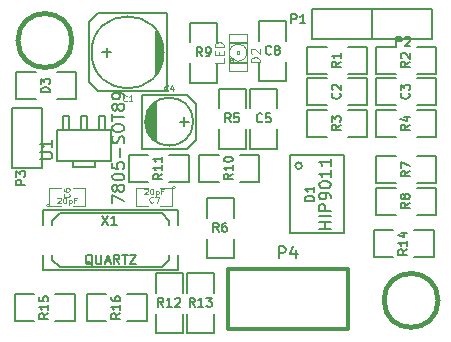
<source format=gto>
G04 (created by PCBNEW (2013-07-07 BZR 4022)-stable) date 09/12/2013 14:31:14*
%MOIN*%
G04 Gerber Fmt 3.4, Leading zero omitted, Abs format*
%FSLAX34Y34*%
G01*
G70*
G90*
G04 APERTURE LIST*
%ADD10C,0.00393701*%
%ADD11C,0.005*%
%ADD12C,0.0039*%
%ADD13C,0.00590551*%
%ADD14C,0.012*%
%ADD15C,0.006*%
%ADD16C,0.0026*%
%ADD17C,0.004*%
%ADD18C,0.015*%
%ADD19C,0.0059*%
%ADD20C,0.0079*%
%ADD21C,0.0043*%
%ADD22C,0.008*%
%ADD23C,0.0035*%
%ADD24C,0.0047*%
%ADD25C,0.01*%
G04 APERTURE END LIST*
G54D10*
G54D11*
X37514Y-15866D02*
X37514Y-13266D01*
X37514Y-13266D02*
X35714Y-13266D01*
X35714Y-13266D02*
X35714Y-15866D01*
X35714Y-15866D02*
X37514Y-15866D01*
X36125Y-13616D02*
G75*
G03X36125Y-13616I-111J0D01*
G74*
G01*
X28370Y-11955D02*
X28170Y-11955D01*
X28170Y-11955D02*
X28170Y-12425D01*
X28370Y-11955D02*
X28370Y-12425D01*
X28960Y-11955D02*
X28960Y-12425D01*
X28760Y-11955D02*
X28760Y-12425D01*
X28960Y-11955D02*
X28760Y-11955D01*
X29550Y-11955D02*
X29350Y-11955D01*
X29350Y-11955D02*
X29350Y-12425D01*
X29550Y-11955D02*
X29550Y-12425D01*
X29215Y-13650D02*
X28505Y-13650D01*
X28505Y-13650D02*
X28505Y-13455D01*
X29215Y-13650D02*
X29215Y-13455D01*
X29765Y-12425D02*
X29765Y-13455D01*
X29765Y-13455D02*
X27955Y-13455D01*
X27955Y-13455D02*
X27955Y-12425D01*
X27955Y-12425D02*
X29765Y-12425D01*
X40520Y-16670D02*
X40520Y-15770D01*
X40520Y-15770D02*
X39870Y-15770D01*
X39170Y-16670D02*
X38520Y-16670D01*
X38520Y-16670D02*
X38520Y-15770D01*
X38520Y-15770D02*
X39170Y-15770D01*
X39870Y-16670D02*
X40520Y-16670D01*
X32150Y-17200D02*
X31250Y-17200D01*
X31250Y-17200D02*
X31250Y-17850D01*
X32150Y-18550D02*
X32150Y-19200D01*
X32150Y-19200D02*
X31250Y-19200D01*
X31250Y-19200D02*
X31250Y-18550D01*
X32150Y-17850D02*
X32150Y-17200D01*
X30350Y-13250D02*
X30350Y-14150D01*
X30350Y-14150D02*
X31000Y-14150D01*
X31700Y-13250D02*
X32350Y-13250D01*
X32350Y-13250D02*
X32350Y-14150D01*
X32350Y-14150D02*
X31700Y-14150D01*
X31000Y-13250D02*
X30350Y-13250D01*
X32700Y-13250D02*
X32700Y-14150D01*
X32700Y-14150D02*
X33350Y-14150D01*
X34050Y-13250D02*
X34700Y-13250D01*
X34700Y-13250D02*
X34700Y-14150D01*
X34700Y-14150D02*
X34050Y-14150D01*
X33350Y-13250D02*
X32700Y-13250D01*
X33300Y-8850D02*
X32400Y-8850D01*
X32400Y-8850D02*
X32400Y-9500D01*
X33300Y-10200D02*
X33300Y-10850D01*
X33300Y-10850D02*
X32400Y-10850D01*
X32400Y-10850D02*
X32400Y-10200D01*
X33300Y-9500D02*
X33300Y-8850D01*
X33200Y-17200D02*
X32300Y-17200D01*
X32300Y-17200D02*
X32300Y-17850D01*
X33200Y-18550D02*
X33200Y-19200D01*
X33200Y-19200D02*
X32300Y-19200D01*
X32300Y-19200D02*
X32300Y-18550D01*
X33200Y-17850D02*
X33200Y-17200D01*
X34250Y-11050D02*
X33350Y-11050D01*
X33350Y-11050D02*
X33350Y-11700D01*
X34250Y-12400D02*
X34250Y-13050D01*
X34250Y-13050D02*
X33350Y-13050D01*
X33350Y-13050D02*
X33350Y-12400D01*
X34250Y-11700D02*
X34250Y-11050D01*
X34700Y-10800D02*
X35600Y-10800D01*
X35600Y-10800D02*
X35600Y-10150D01*
X34700Y-9450D02*
X34700Y-8800D01*
X34700Y-8800D02*
X35600Y-8800D01*
X35600Y-8800D02*
X35600Y-9450D01*
X34700Y-10150D02*
X34700Y-10800D01*
X32950Y-16700D02*
X33850Y-16700D01*
X33850Y-16700D02*
X33850Y-16050D01*
X32950Y-15350D02*
X32950Y-14700D01*
X32950Y-14700D02*
X33850Y-14700D01*
X33850Y-14700D02*
X33850Y-15350D01*
X32950Y-16050D02*
X32950Y-16700D01*
X34400Y-13050D02*
X35300Y-13050D01*
X35300Y-13050D02*
X35300Y-12400D01*
X34400Y-11700D02*
X34400Y-11050D01*
X34400Y-11050D02*
X35300Y-11050D01*
X35300Y-11050D02*
X35300Y-11700D01*
X34400Y-12400D02*
X34400Y-13050D01*
X38600Y-14350D02*
X38600Y-15250D01*
X38600Y-15250D02*
X39250Y-15250D01*
X39950Y-14350D02*
X40600Y-14350D01*
X40600Y-14350D02*
X40600Y-15250D01*
X40600Y-15250D02*
X39950Y-15250D01*
X39250Y-14350D02*
X38600Y-14350D01*
X38600Y-13300D02*
X38600Y-14200D01*
X38600Y-14200D02*
X39250Y-14200D01*
X39950Y-13300D02*
X40600Y-13300D01*
X40600Y-13300D02*
X40600Y-14200D01*
X40600Y-14200D02*
X39950Y-14200D01*
X39250Y-13300D02*
X38600Y-13300D01*
X38600Y-11750D02*
X38600Y-12650D01*
X38600Y-12650D02*
X39250Y-12650D01*
X39950Y-11750D02*
X40600Y-11750D01*
X40600Y-11750D02*
X40600Y-12650D01*
X40600Y-12650D02*
X39950Y-12650D01*
X39250Y-11750D02*
X38600Y-11750D01*
X36300Y-11750D02*
X36300Y-12650D01*
X36300Y-12650D02*
X36950Y-12650D01*
X37650Y-11750D02*
X38300Y-11750D01*
X38300Y-11750D02*
X38300Y-12650D01*
X38300Y-12650D02*
X37650Y-12650D01*
X36950Y-11750D02*
X36300Y-11750D01*
X40600Y-11600D02*
X40600Y-10700D01*
X40600Y-10700D02*
X39950Y-10700D01*
X39250Y-11600D02*
X38600Y-11600D01*
X38600Y-11600D02*
X38600Y-10700D01*
X38600Y-10700D02*
X39250Y-10700D01*
X39950Y-11600D02*
X40600Y-11600D01*
X40600Y-10550D02*
X40600Y-9650D01*
X40600Y-9650D02*
X39950Y-9650D01*
X39250Y-10550D02*
X38600Y-10550D01*
X38600Y-10550D02*
X38600Y-9650D01*
X38600Y-9650D02*
X39250Y-9650D01*
X39950Y-10550D02*
X40600Y-10550D01*
X38300Y-10550D02*
X38300Y-9650D01*
X38300Y-9650D02*
X37650Y-9650D01*
X36950Y-10550D02*
X36300Y-10550D01*
X36300Y-10550D02*
X36300Y-9650D01*
X36300Y-9650D02*
X36950Y-9650D01*
X37650Y-10550D02*
X38300Y-10550D01*
X38300Y-11600D02*
X38300Y-10700D01*
X38300Y-10700D02*
X37650Y-10700D01*
X36950Y-11600D02*
X36300Y-11600D01*
X36300Y-11600D02*
X36300Y-10700D01*
X36300Y-10700D02*
X36950Y-10700D01*
X37650Y-11600D02*
X38300Y-11600D01*
G54D12*
X27700Y-14950D02*
G75*
G03X27700Y-14950I-50J0D01*
G74*
G01*
X28100Y-14950D02*
X27700Y-14950D01*
X27700Y-14950D02*
X27700Y-14350D01*
X27700Y-14350D02*
X28100Y-14350D01*
X28500Y-14350D02*
X28900Y-14350D01*
X28900Y-14350D02*
X28900Y-14950D01*
X28900Y-14950D02*
X28500Y-14950D01*
X31900Y-14350D02*
G75*
G03X31900Y-14350I-50J0D01*
G74*
G01*
X31400Y-14350D02*
X31800Y-14350D01*
X31800Y-14350D02*
X31800Y-14950D01*
X31800Y-14950D02*
X31400Y-14950D01*
X31000Y-14950D02*
X30600Y-14950D01*
X30600Y-14950D02*
X30600Y-14350D01*
X30600Y-14350D02*
X31000Y-14350D01*
G54D13*
X27800Y-15450D02*
X27800Y-15600D01*
X27800Y-16750D02*
X27800Y-16600D01*
X31700Y-16750D02*
X31700Y-16600D01*
X31700Y-15450D02*
X31700Y-15600D01*
X32000Y-15100D02*
X32000Y-15600D01*
X32000Y-17100D02*
X32000Y-16600D01*
X27500Y-17100D02*
X27500Y-16600D01*
X27500Y-15100D02*
X27500Y-15600D01*
X27800Y-16750D02*
X28050Y-17000D01*
X28050Y-17000D02*
X31450Y-17000D01*
X31450Y-17000D02*
X31700Y-16750D01*
X31700Y-15450D02*
X31450Y-15200D01*
X31450Y-15200D02*
X28050Y-15200D01*
X28050Y-15200D02*
X27800Y-15450D01*
X32000Y-17100D02*
X27500Y-17100D01*
X27500Y-15100D02*
X32000Y-15100D01*
G54D14*
X33650Y-17050D02*
X37650Y-17050D01*
X37650Y-17050D02*
X37650Y-19050D01*
X37650Y-19050D02*
X33650Y-19050D01*
X33650Y-19050D02*
X33650Y-17050D01*
G54D15*
X38450Y-9400D02*
X38450Y-8400D01*
X38450Y-8400D02*
X40450Y-8400D01*
X40450Y-8400D02*
X40450Y-9400D01*
X40450Y-9400D02*
X38450Y-9400D01*
X36450Y-9400D02*
X36450Y-8400D01*
X36450Y-8400D02*
X38450Y-8400D01*
X38450Y-8400D02*
X38450Y-9400D01*
X38450Y-9400D02*
X36450Y-9400D01*
X27450Y-13700D02*
X26450Y-13700D01*
X26450Y-13700D02*
X26450Y-11700D01*
X26450Y-11700D02*
X27450Y-11700D01*
X27450Y-11700D02*
X27450Y-13700D01*
G54D16*
X33961Y-9811D02*
X33961Y-9889D01*
X33961Y-9889D02*
X34039Y-9889D01*
X34039Y-9811D02*
X34039Y-9889D01*
X33961Y-9811D02*
X34039Y-9811D01*
X33725Y-10027D02*
X33725Y-10164D01*
X33725Y-10164D02*
X33823Y-10164D01*
X33823Y-10027D02*
X33823Y-10164D01*
X33725Y-10027D02*
X33823Y-10027D01*
X33725Y-10164D02*
X33725Y-10204D01*
X33725Y-10204D02*
X34196Y-10204D01*
X34196Y-10164D02*
X34196Y-10204D01*
X33725Y-10164D02*
X34196Y-10164D01*
X34216Y-10164D02*
X34216Y-10204D01*
X34216Y-10204D02*
X34275Y-10204D01*
X34275Y-10164D02*
X34275Y-10204D01*
X34216Y-10164D02*
X34275Y-10164D01*
X33725Y-9496D02*
X33725Y-9536D01*
X33725Y-9536D02*
X34196Y-9536D01*
X34196Y-9496D02*
X34196Y-9536D01*
X33725Y-9496D02*
X34196Y-9496D01*
X34216Y-9496D02*
X34216Y-9536D01*
X34216Y-9536D02*
X34275Y-9536D01*
X34275Y-9496D02*
X34275Y-9536D01*
X34216Y-9496D02*
X34275Y-9496D01*
X33725Y-10027D02*
X33725Y-10086D01*
X33725Y-10086D02*
X33823Y-10086D01*
X33823Y-10027D02*
X33823Y-10086D01*
X33725Y-10027D02*
X33823Y-10027D01*
G54D17*
X33705Y-10460D02*
X33705Y-9240D01*
X33705Y-9240D02*
X34295Y-9240D01*
X34295Y-9240D02*
X34295Y-10460D01*
X34295Y-10460D02*
X33705Y-10460D01*
X33803Y-9634D02*
G75*
G03X33804Y-10066I196J-215D01*
G74*
G01*
X34196Y-9634D02*
G75*
G03X33804Y-9633I-196J-215D01*
G74*
G01*
X34196Y-10065D02*
G75*
G03X34195Y-9633I-196J215D01*
G74*
G01*
X33803Y-10065D02*
G75*
G03X34195Y-10066I196J215D01*
G74*
G01*
G54D11*
X31464Y-10142D02*
X31464Y-9542D01*
X31414Y-9392D02*
X31414Y-10292D01*
X31364Y-10392D02*
X31364Y-9292D01*
X31314Y-9192D02*
X31314Y-10492D01*
X31264Y-10542D02*
X31264Y-9142D01*
X31514Y-9842D02*
G75*
G03X31514Y-9842I-1200J0D01*
G74*
G01*
X31614Y-11142D02*
X31614Y-8542D01*
X31614Y-8542D02*
X29314Y-8542D01*
X29314Y-8542D02*
X29014Y-8842D01*
X29014Y-8842D02*
X29014Y-10842D01*
X29014Y-10842D02*
X29314Y-11142D01*
X29314Y-11142D02*
X31614Y-11142D01*
X29464Y-9842D02*
X29764Y-9842D01*
X29614Y-9992D02*
X29614Y-9692D01*
X32350Y-12150D02*
X32050Y-12150D01*
X32200Y-12000D02*
X32200Y-12300D01*
X32300Y-13050D02*
X30800Y-13050D01*
X32600Y-11550D02*
X32600Y-12750D01*
X32300Y-13050D02*
X32600Y-12750D01*
X32300Y-11250D02*
X30800Y-11250D01*
X32300Y-11250D02*
X32600Y-11550D01*
X30900Y-12200D02*
X30900Y-12100D01*
X30950Y-11900D02*
X30950Y-12400D01*
X31000Y-12500D02*
X31000Y-11800D01*
X31050Y-12600D02*
X31050Y-11700D01*
X31100Y-11650D02*
X31100Y-12650D01*
X31150Y-12700D02*
X31150Y-11600D01*
X31200Y-11550D02*
X31200Y-12750D01*
X31250Y-11500D02*
X31250Y-12800D01*
X32500Y-12150D02*
G75*
G03X32500Y-12150I-800J0D01*
G74*
G01*
X30800Y-11250D02*
X30800Y-13050D01*
X26550Y-17900D02*
X26550Y-18800D01*
X26550Y-18800D02*
X27200Y-18800D01*
X27900Y-17900D02*
X28550Y-17900D01*
X28550Y-17900D02*
X28550Y-18800D01*
X28550Y-18800D02*
X27900Y-18800D01*
X27200Y-17900D02*
X26550Y-17900D01*
X28950Y-17900D02*
X28950Y-18800D01*
X28950Y-18800D02*
X29600Y-18800D01*
X30300Y-17900D02*
X30950Y-17900D01*
X30950Y-17900D02*
X30950Y-18800D01*
X30950Y-18800D02*
X30300Y-18800D01*
X29600Y-17900D02*
X28950Y-17900D01*
X26600Y-10500D02*
X26600Y-11400D01*
X26600Y-11400D02*
X27250Y-11400D01*
X27950Y-10500D02*
X28600Y-10500D01*
X28600Y-10500D02*
X28600Y-11400D01*
X28600Y-11400D02*
X27950Y-11400D01*
X27250Y-10500D02*
X26600Y-10500D01*
G54D18*
X40663Y-18110D02*
G75*
G03X40663Y-18110I-900J0D01*
G74*
G01*
X28459Y-9448D02*
G75*
G03X28459Y-9448I-900J0D01*
G74*
G01*
G54D19*
X36541Y-14799D02*
X36226Y-14799D01*
X36226Y-14724D01*
X36241Y-14679D01*
X36271Y-14649D01*
X36301Y-14634D01*
X36361Y-14619D01*
X36406Y-14619D01*
X36466Y-14634D01*
X36496Y-14649D01*
X36526Y-14679D01*
X36541Y-14724D01*
X36541Y-14799D01*
X36541Y-14319D02*
X36541Y-14499D01*
X36541Y-14409D02*
X36226Y-14409D01*
X36271Y-14439D01*
X36301Y-14469D01*
X36316Y-14499D01*
X37088Y-15720D02*
X36694Y-15720D01*
X36882Y-15720D02*
X36882Y-15495D01*
X37088Y-15495D02*
X36694Y-15495D01*
X37088Y-15308D02*
X36694Y-15308D01*
X37088Y-15120D02*
X36694Y-15120D01*
X36694Y-14970D01*
X36713Y-14932D01*
X36732Y-14914D01*
X36769Y-14895D01*
X36825Y-14895D01*
X36863Y-14914D01*
X36882Y-14932D01*
X36901Y-14970D01*
X36901Y-15120D01*
X37088Y-14707D02*
X37088Y-14632D01*
X37069Y-14595D01*
X37051Y-14576D01*
X36994Y-14538D01*
X36919Y-14520D01*
X36769Y-14520D01*
X36732Y-14538D01*
X36713Y-14557D01*
X36694Y-14595D01*
X36694Y-14670D01*
X36713Y-14707D01*
X36732Y-14726D01*
X36769Y-14745D01*
X36863Y-14745D01*
X36901Y-14726D01*
X36919Y-14707D01*
X36938Y-14670D01*
X36938Y-14595D01*
X36919Y-14557D01*
X36901Y-14538D01*
X36863Y-14520D01*
X36694Y-14276D02*
X36694Y-14238D01*
X36713Y-14201D01*
X36732Y-14182D01*
X36769Y-14163D01*
X36844Y-14144D01*
X36938Y-14144D01*
X37013Y-14163D01*
X37051Y-14182D01*
X37069Y-14201D01*
X37088Y-14238D01*
X37088Y-14276D01*
X37069Y-14313D01*
X37051Y-14332D01*
X37013Y-14351D01*
X36938Y-14369D01*
X36844Y-14369D01*
X36769Y-14351D01*
X36732Y-14332D01*
X36713Y-14313D01*
X36694Y-14276D01*
X37088Y-13769D02*
X37088Y-13994D01*
X37088Y-13882D02*
X36694Y-13882D01*
X36750Y-13919D01*
X36788Y-13957D01*
X36807Y-13994D01*
X37088Y-13394D02*
X37088Y-13619D01*
X37088Y-13506D02*
X36694Y-13506D01*
X36750Y-13544D01*
X36788Y-13581D01*
X36807Y-13619D01*
G54D20*
X27405Y-13397D02*
X27724Y-13397D01*
X27761Y-13378D01*
X27780Y-13359D01*
X27799Y-13322D01*
X27799Y-13247D01*
X27780Y-13209D01*
X27761Y-13190D01*
X27724Y-13172D01*
X27405Y-13172D01*
X27799Y-12778D02*
X27799Y-13003D01*
X27799Y-12890D02*
X27405Y-12890D01*
X27461Y-12928D01*
X27499Y-12965D01*
X27518Y-13003D01*
X29806Y-14876D02*
X29806Y-14613D01*
X30200Y-14782D01*
X29975Y-14407D02*
X29956Y-14444D01*
X29937Y-14463D01*
X29900Y-14482D01*
X29881Y-14482D01*
X29844Y-14463D01*
X29825Y-14444D01*
X29806Y-14407D01*
X29806Y-14332D01*
X29825Y-14294D01*
X29844Y-14276D01*
X29881Y-14257D01*
X29900Y-14257D01*
X29937Y-14276D01*
X29956Y-14294D01*
X29975Y-14332D01*
X29975Y-14407D01*
X29994Y-14444D01*
X30012Y-14463D01*
X30050Y-14482D01*
X30125Y-14482D01*
X30162Y-14463D01*
X30181Y-14444D01*
X30200Y-14407D01*
X30200Y-14332D01*
X30181Y-14294D01*
X30162Y-14276D01*
X30125Y-14257D01*
X30050Y-14257D01*
X30012Y-14276D01*
X29994Y-14294D01*
X29975Y-14332D01*
X29806Y-14013D02*
X29806Y-13975D01*
X29825Y-13938D01*
X29844Y-13919D01*
X29881Y-13900D01*
X29956Y-13882D01*
X30050Y-13882D01*
X30125Y-13900D01*
X30162Y-13919D01*
X30181Y-13938D01*
X30200Y-13975D01*
X30200Y-14013D01*
X30181Y-14050D01*
X30162Y-14069D01*
X30125Y-14088D01*
X30050Y-14107D01*
X29956Y-14107D01*
X29881Y-14088D01*
X29844Y-14069D01*
X29825Y-14050D01*
X29806Y-14013D01*
X29806Y-13525D02*
X29806Y-13713D01*
X29994Y-13731D01*
X29975Y-13713D01*
X29956Y-13675D01*
X29956Y-13581D01*
X29975Y-13544D01*
X29994Y-13525D01*
X30031Y-13506D01*
X30125Y-13506D01*
X30162Y-13525D01*
X30181Y-13544D01*
X30200Y-13581D01*
X30200Y-13675D01*
X30181Y-13713D01*
X30162Y-13731D01*
X30050Y-13337D02*
X30050Y-13037D01*
X30181Y-12868D02*
X30200Y-12812D01*
X30200Y-12718D01*
X30181Y-12681D01*
X30162Y-12662D01*
X30125Y-12643D01*
X30087Y-12643D01*
X30050Y-12662D01*
X30031Y-12681D01*
X30012Y-12718D01*
X29994Y-12793D01*
X29975Y-12831D01*
X29956Y-12850D01*
X29919Y-12868D01*
X29881Y-12868D01*
X29844Y-12850D01*
X29825Y-12831D01*
X29806Y-12793D01*
X29806Y-12700D01*
X29825Y-12643D01*
X29806Y-12399D02*
X29806Y-12324D01*
X29825Y-12287D01*
X29862Y-12249D01*
X29937Y-12231D01*
X30069Y-12231D01*
X30144Y-12249D01*
X30181Y-12287D01*
X30200Y-12324D01*
X30200Y-12399D01*
X30181Y-12437D01*
X30144Y-12474D01*
X30069Y-12493D01*
X29937Y-12493D01*
X29862Y-12474D01*
X29825Y-12437D01*
X29806Y-12399D01*
X29806Y-12118D02*
X29806Y-11893D01*
X30200Y-12005D02*
X29806Y-12005D01*
X29975Y-11705D02*
X29956Y-11743D01*
X29937Y-11761D01*
X29900Y-11780D01*
X29881Y-11780D01*
X29844Y-11761D01*
X29825Y-11743D01*
X29806Y-11705D01*
X29806Y-11630D01*
X29825Y-11593D01*
X29844Y-11574D01*
X29881Y-11555D01*
X29900Y-11555D01*
X29937Y-11574D01*
X29956Y-11593D01*
X29975Y-11630D01*
X29975Y-11705D01*
X29994Y-11743D01*
X30012Y-11761D01*
X30050Y-11780D01*
X30125Y-11780D01*
X30162Y-11761D01*
X30181Y-11743D01*
X30200Y-11705D01*
X30200Y-11630D01*
X30181Y-11593D01*
X30162Y-11574D01*
X30125Y-11555D01*
X30050Y-11555D01*
X30012Y-11574D01*
X29994Y-11593D01*
X29975Y-11630D01*
X30200Y-11367D02*
X30200Y-11292D01*
X30181Y-11255D01*
X30162Y-11236D01*
X30106Y-11199D01*
X30031Y-11180D01*
X29881Y-11180D01*
X29844Y-11199D01*
X29825Y-11217D01*
X29806Y-11255D01*
X29806Y-11330D01*
X29825Y-11367D01*
X29844Y-11386D01*
X29881Y-11405D01*
X29975Y-11405D01*
X30012Y-11386D01*
X30031Y-11367D01*
X30050Y-11330D01*
X30050Y-11255D01*
X30031Y-11217D01*
X30012Y-11199D01*
X29975Y-11180D01*
G54D11*
X39641Y-16412D02*
X39498Y-16512D01*
X39641Y-16584D02*
X39341Y-16584D01*
X39341Y-16470D01*
X39355Y-16441D01*
X39370Y-16427D01*
X39398Y-16412D01*
X39441Y-16412D01*
X39470Y-16427D01*
X39484Y-16441D01*
X39498Y-16470D01*
X39498Y-16584D01*
X39641Y-16127D02*
X39641Y-16298D01*
X39641Y-16212D02*
X39341Y-16212D01*
X39384Y-16241D01*
X39412Y-16270D01*
X39427Y-16298D01*
X39441Y-15870D02*
X39641Y-15870D01*
X39327Y-15941D02*
X39541Y-16012D01*
X39541Y-15827D01*
X31507Y-18321D02*
X31407Y-18178D01*
X31335Y-18321D02*
X31335Y-18021D01*
X31450Y-18021D01*
X31478Y-18035D01*
X31492Y-18050D01*
X31507Y-18078D01*
X31507Y-18121D01*
X31492Y-18150D01*
X31478Y-18164D01*
X31450Y-18178D01*
X31335Y-18178D01*
X31792Y-18321D02*
X31621Y-18321D01*
X31707Y-18321D02*
X31707Y-18021D01*
X31678Y-18064D01*
X31650Y-18092D01*
X31621Y-18107D01*
X31907Y-18050D02*
X31921Y-18035D01*
X31950Y-18021D01*
X32021Y-18021D01*
X32050Y-18035D01*
X32064Y-18050D01*
X32078Y-18078D01*
X32078Y-18107D01*
X32064Y-18150D01*
X31892Y-18321D01*
X32078Y-18321D01*
X31471Y-13892D02*
X31328Y-13992D01*
X31471Y-14064D02*
X31171Y-14064D01*
X31171Y-13950D01*
X31185Y-13921D01*
X31200Y-13907D01*
X31228Y-13892D01*
X31271Y-13892D01*
X31300Y-13907D01*
X31314Y-13921D01*
X31328Y-13950D01*
X31328Y-14064D01*
X31471Y-13607D02*
X31471Y-13778D01*
X31471Y-13692D02*
X31171Y-13692D01*
X31214Y-13721D01*
X31242Y-13750D01*
X31257Y-13778D01*
X31471Y-13321D02*
X31471Y-13492D01*
X31471Y-13407D02*
X31171Y-13407D01*
X31214Y-13435D01*
X31242Y-13464D01*
X31257Y-13492D01*
X33821Y-13892D02*
X33678Y-13992D01*
X33821Y-14064D02*
X33521Y-14064D01*
X33521Y-13950D01*
X33535Y-13921D01*
X33550Y-13907D01*
X33578Y-13892D01*
X33621Y-13892D01*
X33650Y-13907D01*
X33664Y-13921D01*
X33678Y-13950D01*
X33678Y-14064D01*
X33821Y-13607D02*
X33821Y-13778D01*
X33821Y-13692D02*
X33521Y-13692D01*
X33564Y-13721D01*
X33592Y-13750D01*
X33607Y-13778D01*
X33521Y-13421D02*
X33521Y-13392D01*
X33535Y-13364D01*
X33550Y-13350D01*
X33578Y-13335D01*
X33635Y-13321D01*
X33707Y-13321D01*
X33764Y-13335D01*
X33792Y-13350D01*
X33807Y-13364D01*
X33821Y-13392D01*
X33821Y-13421D01*
X33807Y-13450D01*
X33792Y-13464D01*
X33764Y-13478D01*
X33707Y-13492D01*
X33635Y-13492D01*
X33578Y-13478D01*
X33550Y-13464D01*
X33535Y-13450D01*
X33521Y-13421D01*
X32800Y-9971D02*
X32700Y-9828D01*
X32628Y-9971D02*
X32628Y-9671D01*
X32742Y-9671D01*
X32771Y-9685D01*
X32785Y-9700D01*
X32800Y-9728D01*
X32800Y-9771D01*
X32785Y-9800D01*
X32771Y-9814D01*
X32742Y-9828D01*
X32628Y-9828D01*
X32942Y-9971D02*
X33000Y-9971D01*
X33028Y-9957D01*
X33042Y-9942D01*
X33071Y-9900D01*
X33085Y-9842D01*
X33085Y-9728D01*
X33071Y-9700D01*
X33057Y-9685D01*
X33028Y-9671D01*
X32971Y-9671D01*
X32942Y-9685D01*
X32928Y-9700D01*
X32914Y-9728D01*
X32914Y-9800D01*
X32928Y-9828D01*
X32942Y-9842D01*
X32971Y-9857D01*
X33028Y-9857D01*
X33057Y-9842D01*
X33071Y-9828D01*
X33085Y-9800D01*
X32557Y-18321D02*
X32457Y-18178D01*
X32385Y-18321D02*
X32385Y-18021D01*
X32500Y-18021D01*
X32528Y-18035D01*
X32542Y-18050D01*
X32557Y-18078D01*
X32557Y-18121D01*
X32542Y-18150D01*
X32528Y-18164D01*
X32500Y-18178D01*
X32385Y-18178D01*
X32842Y-18321D02*
X32671Y-18321D01*
X32757Y-18321D02*
X32757Y-18021D01*
X32728Y-18064D01*
X32700Y-18092D01*
X32671Y-18107D01*
X32942Y-18021D02*
X33128Y-18021D01*
X33028Y-18135D01*
X33071Y-18135D01*
X33100Y-18150D01*
X33114Y-18164D01*
X33128Y-18192D01*
X33128Y-18264D01*
X33114Y-18292D01*
X33100Y-18307D01*
X33071Y-18321D01*
X32985Y-18321D01*
X32957Y-18307D01*
X32942Y-18292D01*
X33750Y-12171D02*
X33650Y-12028D01*
X33578Y-12171D02*
X33578Y-11871D01*
X33692Y-11871D01*
X33721Y-11885D01*
X33735Y-11900D01*
X33750Y-11928D01*
X33750Y-11971D01*
X33735Y-12000D01*
X33721Y-12014D01*
X33692Y-12028D01*
X33578Y-12028D01*
X34021Y-11871D02*
X33878Y-11871D01*
X33864Y-12014D01*
X33878Y-12000D01*
X33907Y-11985D01*
X33978Y-11985D01*
X34007Y-12000D01*
X34021Y-12014D01*
X34035Y-12042D01*
X34035Y-12114D01*
X34021Y-12142D01*
X34007Y-12157D01*
X33978Y-12171D01*
X33907Y-12171D01*
X33878Y-12157D01*
X33864Y-12142D01*
X35100Y-9892D02*
X35085Y-9907D01*
X35042Y-9921D01*
X35014Y-9921D01*
X34971Y-9907D01*
X34942Y-9878D01*
X34928Y-9850D01*
X34914Y-9792D01*
X34914Y-9750D01*
X34928Y-9692D01*
X34942Y-9664D01*
X34971Y-9635D01*
X35014Y-9621D01*
X35042Y-9621D01*
X35085Y-9635D01*
X35100Y-9650D01*
X35271Y-9750D02*
X35242Y-9735D01*
X35228Y-9721D01*
X35214Y-9692D01*
X35214Y-9678D01*
X35228Y-9650D01*
X35242Y-9635D01*
X35271Y-9621D01*
X35328Y-9621D01*
X35357Y-9635D01*
X35371Y-9650D01*
X35385Y-9678D01*
X35385Y-9692D01*
X35371Y-9721D01*
X35357Y-9735D01*
X35328Y-9750D01*
X35271Y-9750D01*
X35242Y-9764D01*
X35228Y-9778D01*
X35214Y-9807D01*
X35214Y-9864D01*
X35228Y-9892D01*
X35242Y-9907D01*
X35271Y-9921D01*
X35328Y-9921D01*
X35357Y-9907D01*
X35371Y-9892D01*
X35385Y-9864D01*
X35385Y-9807D01*
X35371Y-9778D01*
X35357Y-9764D01*
X35328Y-9750D01*
X33350Y-15821D02*
X33250Y-15678D01*
X33178Y-15821D02*
X33178Y-15521D01*
X33292Y-15521D01*
X33321Y-15535D01*
X33335Y-15550D01*
X33350Y-15578D01*
X33350Y-15621D01*
X33335Y-15650D01*
X33321Y-15664D01*
X33292Y-15678D01*
X33178Y-15678D01*
X33607Y-15521D02*
X33550Y-15521D01*
X33521Y-15535D01*
X33507Y-15550D01*
X33478Y-15592D01*
X33464Y-15650D01*
X33464Y-15764D01*
X33478Y-15792D01*
X33492Y-15807D01*
X33521Y-15821D01*
X33578Y-15821D01*
X33607Y-15807D01*
X33621Y-15792D01*
X33635Y-15764D01*
X33635Y-15692D01*
X33621Y-15664D01*
X33607Y-15650D01*
X33578Y-15635D01*
X33521Y-15635D01*
X33492Y-15650D01*
X33478Y-15664D01*
X33464Y-15692D01*
X34800Y-12142D02*
X34785Y-12157D01*
X34742Y-12171D01*
X34714Y-12171D01*
X34671Y-12157D01*
X34642Y-12128D01*
X34628Y-12100D01*
X34614Y-12042D01*
X34614Y-12000D01*
X34628Y-11942D01*
X34642Y-11914D01*
X34671Y-11885D01*
X34714Y-11871D01*
X34742Y-11871D01*
X34785Y-11885D01*
X34800Y-11900D01*
X35071Y-11871D02*
X34928Y-11871D01*
X34914Y-12014D01*
X34928Y-12000D01*
X34957Y-11985D01*
X35028Y-11985D01*
X35057Y-12000D01*
X35071Y-12014D01*
X35085Y-12042D01*
X35085Y-12114D01*
X35071Y-12142D01*
X35057Y-12157D01*
X35028Y-12171D01*
X34957Y-12171D01*
X34928Y-12157D01*
X34914Y-12142D01*
X39721Y-14850D02*
X39578Y-14950D01*
X39721Y-15021D02*
X39421Y-15021D01*
X39421Y-14907D01*
X39435Y-14878D01*
X39450Y-14864D01*
X39478Y-14850D01*
X39521Y-14850D01*
X39550Y-14864D01*
X39564Y-14878D01*
X39578Y-14907D01*
X39578Y-15021D01*
X39550Y-14678D02*
X39535Y-14707D01*
X39521Y-14721D01*
X39492Y-14735D01*
X39478Y-14735D01*
X39450Y-14721D01*
X39435Y-14707D01*
X39421Y-14678D01*
X39421Y-14621D01*
X39435Y-14592D01*
X39450Y-14578D01*
X39478Y-14564D01*
X39492Y-14564D01*
X39521Y-14578D01*
X39535Y-14592D01*
X39550Y-14621D01*
X39550Y-14678D01*
X39564Y-14707D01*
X39578Y-14721D01*
X39607Y-14735D01*
X39664Y-14735D01*
X39692Y-14721D01*
X39707Y-14707D01*
X39721Y-14678D01*
X39721Y-14621D01*
X39707Y-14592D01*
X39692Y-14578D01*
X39664Y-14564D01*
X39607Y-14564D01*
X39578Y-14578D01*
X39564Y-14592D01*
X39550Y-14621D01*
X39721Y-13800D02*
X39578Y-13900D01*
X39721Y-13971D02*
X39421Y-13971D01*
X39421Y-13857D01*
X39435Y-13828D01*
X39450Y-13814D01*
X39478Y-13800D01*
X39521Y-13800D01*
X39550Y-13814D01*
X39564Y-13828D01*
X39578Y-13857D01*
X39578Y-13971D01*
X39421Y-13700D02*
X39421Y-13500D01*
X39721Y-13628D01*
X39721Y-12250D02*
X39578Y-12350D01*
X39721Y-12421D02*
X39421Y-12421D01*
X39421Y-12307D01*
X39435Y-12278D01*
X39450Y-12264D01*
X39478Y-12250D01*
X39521Y-12250D01*
X39550Y-12264D01*
X39564Y-12278D01*
X39578Y-12307D01*
X39578Y-12421D01*
X39521Y-11992D02*
X39721Y-11992D01*
X39407Y-12064D02*
X39621Y-12135D01*
X39621Y-11950D01*
X37421Y-12250D02*
X37278Y-12350D01*
X37421Y-12421D02*
X37121Y-12421D01*
X37121Y-12307D01*
X37135Y-12278D01*
X37150Y-12264D01*
X37178Y-12250D01*
X37221Y-12250D01*
X37250Y-12264D01*
X37264Y-12278D01*
X37278Y-12307D01*
X37278Y-12421D01*
X37121Y-12150D02*
X37121Y-11964D01*
X37235Y-12064D01*
X37235Y-12021D01*
X37250Y-11992D01*
X37264Y-11978D01*
X37292Y-11964D01*
X37364Y-11964D01*
X37392Y-11978D01*
X37407Y-11992D01*
X37421Y-12021D01*
X37421Y-12107D01*
X37407Y-12135D01*
X37392Y-12150D01*
X39692Y-11200D02*
X39707Y-11214D01*
X39721Y-11257D01*
X39721Y-11285D01*
X39707Y-11328D01*
X39678Y-11357D01*
X39650Y-11371D01*
X39592Y-11385D01*
X39550Y-11385D01*
X39492Y-11371D01*
X39464Y-11357D01*
X39435Y-11328D01*
X39421Y-11285D01*
X39421Y-11257D01*
X39435Y-11214D01*
X39450Y-11200D01*
X39421Y-11100D02*
X39421Y-10914D01*
X39535Y-11014D01*
X39535Y-10971D01*
X39550Y-10942D01*
X39564Y-10928D01*
X39592Y-10914D01*
X39664Y-10914D01*
X39692Y-10928D01*
X39707Y-10942D01*
X39721Y-10971D01*
X39721Y-11057D01*
X39707Y-11085D01*
X39692Y-11100D01*
X39721Y-10150D02*
X39578Y-10250D01*
X39721Y-10321D02*
X39421Y-10321D01*
X39421Y-10207D01*
X39435Y-10178D01*
X39450Y-10164D01*
X39478Y-10150D01*
X39521Y-10150D01*
X39550Y-10164D01*
X39564Y-10178D01*
X39578Y-10207D01*
X39578Y-10321D01*
X39450Y-10035D02*
X39435Y-10021D01*
X39421Y-9992D01*
X39421Y-9921D01*
X39435Y-9892D01*
X39450Y-9878D01*
X39478Y-9864D01*
X39507Y-9864D01*
X39550Y-9878D01*
X39721Y-10050D01*
X39721Y-9864D01*
X37421Y-10150D02*
X37278Y-10250D01*
X37421Y-10321D02*
X37121Y-10321D01*
X37121Y-10207D01*
X37135Y-10178D01*
X37150Y-10164D01*
X37178Y-10150D01*
X37221Y-10150D01*
X37250Y-10164D01*
X37264Y-10178D01*
X37278Y-10207D01*
X37278Y-10321D01*
X37421Y-9864D02*
X37421Y-10035D01*
X37421Y-9950D02*
X37121Y-9950D01*
X37164Y-9978D01*
X37192Y-10007D01*
X37207Y-10035D01*
X37392Y-11200D02*
X37407Y-11214D01*
X37421Y-11257D01*
X37421Y-11285D01*
X37407Y-11328D01*
X37378Y-11357D01*
X37350Y-11371D01*
X37292Y-11385D01*
X37250Y-11385D01*
X37192Y-11371D01*
X37164Y-11357D01*
X37135Y-11328D01*
X37121Y-11285D01*
X37121Y-11257D01*
X37135Y-11214D01*
X37150Y-11200D01*
X37150Y-11085D02*
X37135Y-11071D01*
X37121Y-11042D01*
X37121Y-10971D01*
X37135Y-10942D01*
X37150Y-10928D01*
X37178Y-10914D01*
X37207Y-10914D01*
X37250Y-10928D01*
X37421Y-11100D01*
X37421Y-10914D01*
G54D21*
X28360Y-14557D02*
X28370Y-14567D01*
X28379Y-14595D01*
X28379Y-14614D01*
X28370Y-14642D01*
X28351Y-14661D01*
X28332Y-14670D01*
X28295Y-14679D01*
X28267Y-14679D01*
X28229Y-14670D01*
X28210Y-14661D01*
X28192Y-14642D01*
X28182Y-14614D01*
X28182Y-14595D01*
X28192Y-14567D01*
X28201Y-14557D01*
X28182Y-14388D02*
X28182Y-14426D01*
X28192Y-14445D01*
X28201Y-14454D01*
X28229Y-14473D01*
X28267Y-14482D01*
X28342Y-14482D01*
X28360Y-14473D01*
X28370Y-14464D01*
X28379Y-14445D01*
X28379Y-14407D01*
X28370Y-14388D01*
X28360Y-14379D01*
X28342Y-14370D01*
X28295Y-14370D01*
X28276Y-14379D01*
X28267Y-14388D01*
X28257Y-14407D01*
X28257Y-14445D01*
X28267Y-14464D01*
X28276Y-14473D01*
X28295Y-14482D01*
X27976Y-14701D02*
X27985Y-14692D01*
X28004Y-14682D01*
X28051Y-14682D01*
X28070Y-14692D01*
X28079Y-14701D01*
X28088Y-14720D01*
X28088Y-14739D01*
X28079Y-14767D01*
X27966Y-14879D01*
X28088Y-14879D01*
X28210Y-14682D02*
X28229Y-14682D01*
X28248Y-14692D01*
X28257Y-14701D01*
X28267Y-14720D01*
X28276Y-14757D01*
X28276Y-14804D01*
X28267Y-14842D01*
X28257Y-14860D01*
X28248Y-14870D01*
X28229Y-14879D01*
X28210Y-14879D01*
X28192Y-14870D01*
X28182Y-14860D01*
X28173Y-14842D01*
X28163Y-14804D01*
X28163Y-14757D01*
X28173Y-14720D01*
X28182Y-14701D01*
X28192Y-14692D01*
X28210Y-14682D01*
X28360Y-14748D02*
X28360Y-14945D01*
X28360Y-14757D02*
X28379Y-14748D01*
X28417Y-14748D01*
X28436Y-14757D01*
X28445Y-14767D01*
X28454Y-14785D01*
X28454Y-14842D01*
X28445Y-14860D01*
X28436Y-14870D01*
X28417Y-14879D01*
X28379Y-14879D01*
X28360Y-14870D01*
X28604Y-14776D02*
X28539Y-14776D01*
X28539Y-14879D02*
X28539Y-14682D01*
X28633Y-14682D01*
X31167Y-14835D02*
X31157Y-14845D01*
X31129Y-14854D01*
X31110Y-14854D01*
X31082Y-14845D01*
X31063Y-14826D01*
X31054Y-14807D01*
X31045Y-14770D01*
X31045Y-14742D01*
X31054Y-14704D01*
X31063Y-14685D01*
X31082Y-14667D01*
X31110Y-14657D01*
X31129Y-14657D01*
X31157Y-14667D01*
X31167Y-14676D01*
X31232Y-14657D02*
X31364Y-14657D01*
X31279Y-14854D01*
X30876Y-14401D02*
X30885Y-14392D01*
X30904Y-14382D01*
X30951Y-14382D01*
X30970Y-14392D01*
X30979Y-14401D01*
X30988Y-14420D01*
X30988Y-14439D01*
X30979Y-14467D01*
X30866Y-14579D01*
X30988Y-14579D01*
X31110Y-14382D02*
X31129Y-14382D01*
X31148Y-14392D01*
X31157Y-14401D01*
X31167Y-14420D01*
X31176Y-14457D01*
X31176Y-14504D01*
X31167Y-14542D01*
X31157Y-14560D01*
X31148Y-14570D01*
X31129Y-14579D01*
X31110Y-14579D01*
X31092Y-14570D01*
X31082Y-14560D01*
X31073Y-14542D01*
X31063Y-14504D01*
X31063Y-14457D01*
X31073Y-14420D01*
X31082Y-14401D01*
X31092Y-14392D01*
X31110Y-14382D01*
X31260Y-14448D02*
X31260Y-14645D01*
X31260Y-14457D02*
X31279Y-14448D01*
X31317Y-14448D01*
X31336Y-14457D01*
X31345Y-14467D01*
X31354Y-14485D01*
X31354Y-14542D01*
X31345Y-14560D01*
X31336Y-14570D01*
X31317Y-14579D01*
X31279Y-14579D01*
X31260Y-14570D01*
X31504Y-14476D02*
X31439Y-14476D01*
X31439Y-14579D02*
X31439Y-14382D01*
X31533Y-14382D01*
G54D13*
X29455Y-15282D02*
X29665Y-15597D01*
X29665Y-15282D02*
X29455Y-15597D01*
X29950Y-15597D02*
X29770Y-15597D01*
X29860Y-15597D02*
X29860Y-15282D01*
X29830Y-15327D01*
X29800Y-15357D01*
X29770Y-15372D01*
X29142Y-16926D02*
X29112Y-16911D01*
X29082Y-16881D01*
X29037Y-16836D01*
X29007Y-16821D01*
X28977Y-16821D01*
X28992Y-16896D02*
X28962Y-16881D01*
X28932Y-16851D01*
X28917Y-16791D01*
X28917Y-16686D01*
X28932Y-16626D01*
X28962Y-16596D01*
X28992Y-16581D01*
X29052Y-16581D01*
X29082Y-16596D01*
X29112Y-16626D01*
X29127Y-16686D01*
X29127Y-16791D01*
X29112Y-16851D01*
X29082Y-16881D01*
X29052Y-16896D01*
X28992Y-16896D01*
X29262Y-16581D02*
X29262Y-16836D01*
X29277Y-16866D01*
X29292Y-16881D01*
X29322Y-16896D01*
X29382Y-16896D01*
X29412Y-16881D01*
X29427Y-16866D01*
X29442Y-16836D01*
X29442Y-16581D01*
X29577Y-16806D02*
X29727Y-16806D01*
X29547Y-16896D02*
X29652Y-16581D01*
X29757Y-16896D01*
X30042Y-16896D02*
X29937Y-16746D01*
X29862Y-16896D02*
X29862Y-16581D01*
X29982Y-16581D01*
X30012Y-16596D01*
X30027Y-16611D01*
X30042Y-16641D01*
X30042Y-16686D01*
X30027Y-16716D01*
X30012Y-16731D01*
X29982Y-16746D01*
X29862Y-16746D01*
X30132Y-16581D02*
X30312Y-16581D01*
X30222Y-16896D02*
X30222Y-16581D01*
X30387Y-16581D02*
X30597Y-16581D01*
X30387Y-16896D01*
X30597Y-16896D01*
G54D22*
X35354Y-16711D02*
X35354Y-16311D01*
X35507Y-16311D01*
X35545Y-16330D01*
X35564Y-16350D01*
X35583Y-16388D01*
X35583Y-16445D01*
X35564Y-16483D01*
X35545Y-16502D01*
X35507Y-16521D01*
X35354Y-16521D01*
X35926Y-16445D02*
X35926Y-16711D01*
X35830Y-16292D02*
X35735Y-16578D01*
X35983Y-16578D01*
G54D15*
X39278Y-9621D02*
X39278Y-9321D01*
X39392Y-9321D01*
X39421Y-9335D01*
X39435Y-9350D01*
X39450Y-9378D01*
X39450Y-9421D01*
X39435Y-9450D01*
X39421Y-9464D01*
X39392Y-9478D01*
X39278Y-9478D01*
X39564Y-9350D02*
X39578Y-9335D01*
X39607Y-9321D01*
X39678Y-9321D01*
X39707Y-9335D01*
X39721Y-9350D01*
X39735Y-9378D01*
X39735Y-9407D01*
X39721Y-9450D01*
X39550Y-9621D01*
X39735Y-9621D01*
X35778Y-8871D02*
X35778Y-8571D01*
X35892Y-8571D01*
X35921Y-8585D01*
X35935Y-8600D01*
X35950Y-8628D01*
X35950Y-8671D01*
X35935Y-8700D01*
X35921Y-8714D01*
X35892Y-8728D01*
X35778Y-8728D01*
X36235Y-8871D02*
X36064Y-8871D01*
X36150Y-8871D02*
X36150Y-8571D01*
X36121Y-8614D01*
X36092Y-8642D01*
X36064Y-8657D01*
X26906Y-14254D02*
X26606Y-14254D01*
X26606Y-14139D01*
X26620Y-14111D01*
X26634Y-14096D01*
X26663Y-14082D01*
X26706Y-14082D01*
X26734Y-14096D01*
X26748Y-14111D01*
X26763Y-14139D01*
X26763Y-14254D01*
X26606Y-13982D02*
X26606Y-13796D01*
X26720Y-13896D01*
X26720Y-13854D01*
X26734Y-13825D01*
X26748Y-13811D01*
X26777Y-13796D01*
X26848Y-13796D01*
X26877Y-13811D01*
X26891Y-13825D01*
X26906Y-13854D01*
X26906Y-13939D01*
X26891Y-13968D01*
X26877Y-13982D01*
G54D23*
X34721Y-10171D02*
X34421Y-10171D01*
X34421Y-10100D01*
X34435Y-10057D01*
X34464Y-10028D01*
X34492Y-10014D01*
X34550Y-10000D01*
X34592Y-10000D01*
X34650Y-10014D01*
X34678Y-10028D01*
X34707Y-10057D01*
X34721Y-10100D01*
X34721Y-10171D01*
X34450Y-9885D02*
X34435Y-9871D01*
X34421Y-9842D01*
X34421Y-9771D01*
X34435Y-9742D01*
X34450Y-9728D01*
X34478Y-9714D01*
X34507Y-9714D01*
X34550Y-9728D01*
X34721Y-9900D01*
X34721Y-9714D01*
X33521Y-10042D02*
X33521Y-10185D01*
X33221Y-10185D01*
X33364Y-9942D02*
X33364Y-9842D01*
X33521Y-9800D02*
X33521Y-9942D01*
X33221Y-9942D01*
X33221Y-9800D01*
X33521Y-9671D02*
X33221Y-9671D01*
X33221Y-9600D01*
X33235Y-9557D01*
X33264Y-9528D01*
X33292Y-9514D01*
X33350Y-9500D01*
X33392Y-9500D01*
X33450Y-9514D01*
X33478Y-9528D01*
X33507Y-9557D01*
X33521Y-9600D01*
X33521Y-9671D01*
G54D24*
X30282Y-11453D02*
X30272Y-11462D01*
X30244Y-11472D01*
X30225Y-11472D01*
X30197Y-11462D01*
X30178Y-11444D01*
X30169Y-11425D01*
X30160Y-11387D01*
X30160Y-11359D01*
X30169Y-11322D01*
X30178Y-11303D01*
X30197Y-11284D01*
X30225Y-11275D01*
X30244Y-11275D01*
X30272Y-11284D01*
X30282Y-11294D01*
X30469Y-11472D02*
X30357Y-11472D01*
X30413Y-11472D02*
X30413Y-11275D01*
X30394Y-11303D01*
X30375Y-11322D01*
X30357Y-11331D01*
X31667Y-11110D02*
X31657Y-11120D01*
X31629Y-11129D01*
X31610Y-11129D01*
X31582Y-11120D01*
X31563Y-11101D01*
X31554Y-11082D01*
X31545Y-11045D01*
X31545Y-11017D01*
X31554Y-10979D01*
X31563Y-10960D01*
X31582Y-10942D01*
X31610Y-10932D01*
X31629Y-10932D01*
X31657Y-10942D01*
X31667Y-10951D01*
X31836Y-10998D02*
X31836Y-11129D01*
X31789Y-10923D02*
X31742Y-11064D01*
X31864Y-11064D01*
G54D11*
X27671Y-18542D02*
X27528Y-18642D01*
X27671Y-18714D02*
X27371Y-18714D01*
X27371Y-18600D01*
X27385Y-18571D01*
X27400Y-18557D01*
X27428Y-18542D01*
X27471Y-18542D01*
X27500Y-18557D01*
X27514Y-18571D01*
X27528Y-18600D01*
X27528Y-18714D01*
X27671Y-18257D02*
X27671Y-18428D01*
X27671Y-18342D02*
X27371Y-18342D01*
X27414Y-18371D01*
X27442Y-18400D01*
X27457Y-18428D01*
X27371Y-17985D02*
X27371Y-18128D01*
X27514Y-18142D01*
X27500Y-18128D01*
X27485Y-18100D01*
X27485Y-18028D01*
X27500Y-18000D01*
X27514Y-17985D01*
X27542Y-17971D01*
X27614Y-17971D01*
X27642Y-17985D01*
X27657Y-18000D01*
X27671Y-18028D01*
X27671Y-18100D01*
X27657Y-18128D01*
X27642Y-18142D01*
X30071Y-18542D02*
X29928Y-18642D01*
X30071Y-18714D02*
X29771Y-18714D01*
X29771Y-18600D01*
X29785Y-18571D01*
X29800Y-18557D01*
X29828Y-18542D01*
X29871Y-18542D01*
X29900Y-18557D01*
X29914Y-18571D01*
X29928Y-18600D01*
X29928Y-18714D01*
X30071Y-18257D02*
X30071Y-18428D01*
X30071Y-18342D02*
X29771Y-18342D01*
X29814Y-18371D01*
X29842Y-18400D01*
X29857Y-18428D01*
X29771Y-18000D02*
X29771Y-18057D01*
X29785Y-18085D01*
X29800Y-18100D01*
X29842Y-18128D01*
X29900Y-18142D01*
X30014Y-18142D01*
X30042Y-18128D01*
X30057Y-18114D01*
X30071Y-18085D01*
X30071Y-18028D01*
X30057Y-18000D01*
X30042Y-17985D01*
X30014Y-17971D01*
X29942Y-17971D01*
X29914Y-17985D01*
X29900Y-18000D01*
X29885Y-18028D01*
X29885Y-18085D01*
X29900Y-18114D01*
X29914Y-18128D01*
X29942Y-18142D01*
X27721Y-11171D02*
X27421Y-11171D01*
X27421Y-11100D01*
X27435Y-11057D01*
X27464Y-11028D01*
X27492Y-11014D01*
X27550Y-11000D01*
X27592Y-11000D01*
X27650Y-11014D01*
X27678Y-11028D01*
X27707Y-11057D01*
X27721Y-11100D01*
X27721Y-11171D01*
X27421Y-10900D02*
X27421Y-10714D01*
X27535Y-10814D01*
X27535Y-10771D01*
X27550Y-10742D01*
X27564Y-10728D01*
X27592Y-10714D01*
X27664Y-10714D01*
X27692Y-10728D01*
X27707Y-10742D01*
X27721Y-10771D01*
X27721Y-10857D01*
X27707Y-10885D01*
X27692Y-10900D01*
G54D25*
M02*

</source>
